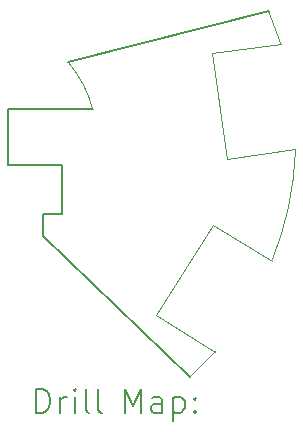
<source format=gbr>
%TF.GenerationSoftware,KiCad,Pcbnew,(7.0.0-0)*%
%TF.CreationDate,2024-01-01T11:18:52+08:00*%
%TF.ProjectId,SWDProgrammer,53574450-726f-4677-9261-6d6d65722e6b,rev?*%
%TF.SameCoordinates,Original*%
%TF.FileFunction,Drillmap*%
%TF.FilePolarity,Positive*%
%FSLAX45Y45*%
G04 Gerber Fmt 4.5, Leading zero omitted, Abs format (unit mm)*
G04 Created by KiCad (PCBNEW (7.0.0-0)) date 2024-01-01 11:18:52*
%MOMM*%
%LPD*%
G01*
G04 APERTURE LIST*
%ADD10C,0.100000*%
%ADD11C,0.150000*%
%ADD12C,0.200000*%
G04 APERTURE END LIST*
D10*
X14991280Y-5266442D02*
X15117694Y-6162457D01*
X14523280Y-7483485D02*
X15002475Y-6716741D01*
D11*
X13564998Y-6817501D02*
X14807443Y-8008270D01*
D10*
X15700666Y-6080020D02*
X15117694Y-6162457D01*
D11*
X13267498Y-6215000D02*
X13267498Y-5742501D01*
X13724998Y-6625001D02*
X13724998Y-6215000D01*
D10*
X15700000Y-6100000D02*
G75*
G03*
X15700666Y-6080020I-2696880J99900D01*
G01*
X15576364Y-5186151D02*
G75*
G03*
X15473045Y-4911860I-2576374J-813859D01*
G01*
D11*
X13564998Y-6817501D02*
X13564998Y-6625001D01*
X13564998Y-6625001D02*
X13724998Y-6625001D01*
D10*
X15002475Y-6716741D02*
X15500294Y-7023977D01*
X15576364Y-5186151D02*
X14991280Y-5266442D01*
X14807443Y-8008270D02*
G75*
G03*
X15022146Y-7791901I-1802433J2003260D01*
G01*
X15500294Y-7023977D02*
G75*
G03*
X15700000Y-6100000I-2500294J1023977D01*
G01*
X13984998Y-5742501D02*
G75*
G03*
X13773562Y-5338086I-984998J-257499D01*
G01*
D11*
X13773562Y-5338086D02*
X15473045Y-4911860D01*
X13267498Y-5742501D02*
X13984998Y-5742501D01*
D10*
X15022146Y-7791901D02*
X14523280Y-7483485D01*
D11*
X13267498Y-6215000D02*
X13724998Y-6215000D01*
D12*
X13507617Y-8309246D02*
X13507617Y-8109246D01*
X13507617Y-8109246D02*
X13555236Y-8109246D01*
X13555236Y-8109246D02*
X13583808Y-8118770D01*
X13583808Y-8118770D02*
X13602856Y-8137818D01*
X13602856Y-8137818D02*
X13612379Y-8156865D01*
X13612379Y-8156865D02*
X13621903Y-8194961D01*
X13621903Y-8194961D02*
X13621903Y-8223532D01*
X13621903Y-8223532D02*
X13612379Y-8261627D01*
X13612379Y-8261627D02*
X13602856Y-8280675D01*
X13602856Y-8280675D02*
X13583808Y-8299722D01*
X13583808Y-8299722D02*
X13555236Y-8309246D01*
X13555236Y-8309246D02*
X13507617Y-8309246D01*
X13707617Y-8309246D02*
X13707617Y-8175913D01*
X13707617Y-8214008D02*
X13717141Y-8194961D01*
X13717141Y-8194961D02*
X13726665Y-8185437D01*
X13726665Y-8185437D02*
X13745713Y-8175913D01*
X13745713Y-8175913D02*
X13764760Y-8175913D01*
X13831427Y-8309246D02*
X13831427Y-8175913D01*
X13831427Y-8109246D02*
X13821903Y-8118770D01*
X13821903Y-8118770D02*
X13831427Y-8128294D01*
X13831427Y-8128294D02*
X13840951Y-8118770D01*
X13840951Y-8118770D02*
X13831427Y-8109246D01*
X13831427Y-8109246D02*
X13831427Y-8128294D01*
X13955236Y-8309246D02*
X13936189Y-8299722D01*
X13936189Y-8299722D02*
X13926665Y-8280675D01*
X13926665Y-8280675D02*
X13926665Y-8109246D01*
X14059998Y-8309246D02*
X14040951Y-8299722D01*
X14040951Y-8299722D02*
X14031427Y-8280675D01*
X14031427Y-8280675D02*
X14031427Y-8109246D01*
X14256189Y-8309246D02*
X14256189Y-8109246D01*
X14256189Y-8109246D02*
X14322856Y-8252103D01*
X14322856Y-8252103D02*
X14389522Y-8109246D01*
X14389522Y-8109246D02*
X14389522Y-8309246D01*
X14570475Y-8309246D02*
X14570475Y-8204484D01*
X14570475Y-8204484D02*
X14560951Y-8185437D01*
X14560951Y-8185437D02*
X14541903Y-8175913D01*
X14541903Y-8175913D02*
X14503808Y-8175913D01*
X14503808Y-8175913D02*
X14484760Y-8185437D01*
X14570475Y-8299722D02*
X14551427Y-8309246D01*
X14551427Y-8309246D02*
X14503808Y-8309246D01*
X14503808Y-8309246D02*
X14484760Y-8299722D01*
X14484760Y-8299722D02*
X14475236Y-8280675D01*
X14475236Y-8280675D02*
X14475236Y-8261627D01*
X14475236Y-8261627D02*
X14484760Y-8242580D01*
X14484760Y-8242580D02*
X14503808Y-8233056D01*
X14503808Y-8233056D02*
X14551427Y-8233056D01*
X14551427Y-8233056D02*
X14570475Y-8223532D01*
X14665713Y-8175913D02*
X14665713Y-8375913D01*
X14665713Y-8185437D02*
X14684760Y-8175913D01*
X14684760Y-8175913D02*
X14722856Y-8175913D01*
X14722856Y-8175913D02*
X14741903Y-8185437D01*
X14741903Y-8185437D02*
X14751427Y-8194961D01*
X14751427Y-8194961D02*
X14760951Y-8214008D01*
X14760951Y-8214008D02*
X14760951Y-8271151D01*
X14760951Y-8271151D02*
X14751427Y-8290199D01*
X14751427Y-8290199D02*
X14741903Y-8299722D01*
X14741903Y-8299722D02*
X14722856Y-8309246D01*
X14722856Y-8309246D02*
X14684760Y-8309246D01*
X14684760Y-8309246D02*
X14665713Y-8299722D01*
X14846665Y-8290199D02*
X14856189Y-8299722D01*
X14856189Y-8299722D02*
X14846665Y-8309246D01*
X14846665Y-8309246D02*
X14837141Y-8299722D01*
X14837141Y-8299722D02*
X14846665Y-8290199D01*
X14846665Y-8290199D02*
X14846665Y-8309246D01*
X14846665Y-8185437D02*
X14856189Y-8194961D01*
X14856189Y-8194961D02*
X14846665Y-8204484D01*
X14846665Y-8204484D02*
X14837141Y-8194961D01*
X14837141Y-8194961D02*
X14846665Y-8185437D01*
X14846665Y-8185437D02*
X14846665Y-8204484D01*
M02*

</source>
